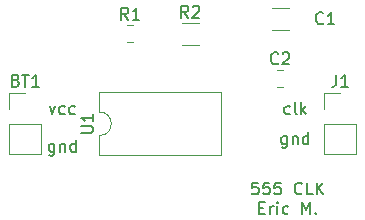
<source format=gbr>
%TF.GenerationSoftware,KiCad,Pcbnew,(5.1.8)-1*%
%TF.CreationDate,2020-12-30T23:34:54-06:00*%
%TF.ProjectId,Breakout_555,42726561-6b6f-4757-945f-3535352e6b69,rev?*%
%TF.SameCoordinates,Original*%
%TF.FileFunction,Legend,Top*%
%TF.FilePolarity,Positive*%
%FSLAX46Y46*%
G04 Gerber Fmt 4.6, Leading zero omitted, Abs format (unit mm)*
G04 Created by KiCad (PCBNEW (5.1.8)-1) date 2020-12-30 23:34:54*
%MOMM*%
%LPD*%
G01*
G04 APERTURE LIST*
%ADD10C,0.150000*%
%ADD11C,0.120000*%
G04 APERTURE END LIST*
D10*
X135295000Y-96417380D02*
X134818809Y-96417380D01*
X134771190Y-96893571D01*
X134818809Y-96845952D01*
X134914047Y-96798333D01*
X135152142Y-96798333D01*
X135247380Y-96845952D01*
X135295000Y-96893571D01*
X135342619Y-96988809D01*
X135342619Y-97226904D01*
X135295000Y-97322142D01*
X135247380Y-97369761D01*
X135152142Y-97417380D01*
X134914047Y-97417380D01*
X134818809Y-97369761D01*
X134771190Y-97322142D01*
X136247380Y-96417380D02*
X135771190Y-96417380D01*
X135723571Y-96893571D01*
X135771190Y-96845952D01*
X135866428Y-96798333D01*
X136104523Y-96798333D01*
X136199761Y-96845952D01*
X136247380Y-96893571D01*
X136295000Y-96988809D01*
X136295000Y-97226904D01*
X136247380Y-97322142D01*
X136199761Y-97369761D01*
X136104523Y-97417380D01*
X135866428Y-97417380D01*
X135771190Y-97369761D01*
X135723571Y-97322142D01*
X137199761Y-96417380D02*
X136723571Y-96417380D01*
X136675952Y-96893571D01*
X136723571Y-96845952D01*
X136818809Y-96798333D01*
X137056904Y-96798333D01*
X137152142Y-96845952D01*
X137199761Y-96893571D01*
X137247380Y-96988809D01*
X137247380Y-97226904D01*
X137199761Y-97322142D01*
X137152142Y-97369761D01*
X137056904Y-97417380D01*
X136818809Y-97417380D01*
X136723571Y-97369761D01*
X136675952Y-97322142D01*
X139009285Y-97322142D02*
X138961666Y-97369761D01*
X138818809Y-97417380D01*
X138723571Y-97417380D01*
X138580714Y-97369761D01*
X138485476Y-97274523D01*
X138437857Y-97179285D01*
X138390238Y-96988809D01*
X138390238Y-96845952D01*
X138437857Y-96655476D01*
X138485476Y-96560238D01*
X138580714Y-96465000D01*
X138723571Y-96417380D01*
X138818809Y-96417380D01*
X138961666Y-96465000D01*
X139009285Y-96512619D01*
X139914047Y-97417380D02*
X139437857Y-97417380D01*
X139437857Y-96417380D01*
X140247380Y-97417380D02*
X140247380Y-96417380D01*
X140818809Y-97417380D02*
X140390238Y-96845952D01*
X140818809Y-96417380D02*
X140247380Y-96988809D01*
X135414047Y-98543571D02*
X135747380Y-98543571D01*
X135890238Y-99067380D02*
X135414047Y-99067380D01*
X135414047Y-98067380D01*
X135890238Y-98067380D01*
X136318809Y-99067380D02*
X136318809Y-98400714D01*
X136318809Y-98591190D02*
X136366428Y-98495952D01*
X136414047Y-98448333D01*
X136509285Y-98400714D01*
X136604523Y-98400714D01*
X136937857Y-99067380D02*
X136937857Y-98400714D01*
X136937857Y-98067380D02*
X136890238Y-98115000D01*
X136937857Y-98162619D01*
X136985476Y-98115000D01*
X136937857Y-98067380D01*
X136937857Y-98162619D01*
X137842619Y-99019761D02*
X137747380Y-99067380D01*
X137556904Y-99067380D01*
X137461666Y-99019761D01*
X137414047Y-98972142D01*
X137366428Y-98876904D01*
X137366428Y-98591190D01*
X137414047Y-98495952D01*
X137461666Y-98448333D01*
X137556904Y-98400714D01*
X137747380Y-98400714D01*
X137842619Y-98448333D01*
X139033095Y-99067380D02*
X139033095Y-98067380D01*
X139366428Y-98781666D01*
X139699761Y-98067380D01*
X139699761Y-99067380D01*
X140175952Y-98972142D02*
X140223571Y-99019761D01*
X140175952Y-99067380D01*
X140128333Y-99019761D01*
X140175952Y-98972142D01*
X140175952Y-99067380D01*
X118054523Y-93130714D02*
X118054523Y-93940238D01*
X118006904Y-94035476D01*
X117959285Y-94083095D01*
X117864047Y-94130714D01*
X117721190Y-94130714D01*
X117625952Y-94083095D01*
X118054523Y-93749761D02*
X117959285Y-93797380D01*
X117768809Y-93797380D01*
X117673571Y-93749761D01*
X117625952Y-93702142D01*
X117578333Y-93606904D01*
X117578333Y-93321190D01*
X117625952Y-93225952D01*
X117673571Y-93178333D01*
X117768809Y-93130714D01*
X117959285Y-93130714D01*
X118054523Y-93178333D01*
X118530714Y-93130714D02*
X118530714Y-93797380D01*
X118530714Y-93225952D02*
X118578333Y-93178333D01*
X118673571Y-93130714D01*
X118816428Y-93130714D01*
X118911666Y-93178333D01*
X118959285Y-93273571D01*
X118959285Y-93797380D01*
X119864047Y-93797380D02*
X119864047Y-92797380D01*
X119864047Y-93749761D02*
X119768809Y-93797380D01*
X119578333Y-93797380D01*
X119483095Y-93749761D01*
X119435476Y-93702142D01*
X119387857Y-93606904D01*
X119387857Y-93321190D01*
X119435476Y-93225952D01*
X119483095Y-93178333D01*
X119578333Y-93130714D01*
X119768809Y-93130714D01*
X119864047Y-93178333D01*
X117649761Y-89955714D02*
X117887857Y-90622380D01*
X118125952Y-89955714D01*
X118935476Y-90574761D02*
X118840238Y-90622380D01*
X118649761Y-90622380D01*
X118554523Y-90574761D01*
X118506904Y-90527142D01*
X118459285Y-90431904D01*
X118459285Y-90146190D01*
X118506904Y-90050952D01*
X118554523Y-90003333D01*
X118649761Y-89955714D01*
X118840238Y-89955714D01*
X118935476Y-90003333D01*
X119792619Y-90574761D02*
X119697380Y-90622380D01*
X119506904Y-90622380D01*
X119411666Y-90574761D01*
X119364047Y-90527142D01*
X119316428Y-90431904D01*
X119316428Y-90146190D01*
X119364047Y-90050952D01*
X119411666Y-90003333D01*
X119506904Y-89955714D01*
X119697380Y-89955714D01*
X119792619Y-90003333D01*
X137739523Y-92495714D02*
X137739523Y-93305238D01*
X137691904Y-93400476D01*
X137644285Y-93448095D01*
X137549047Y-93495714D01*
X137406190Y-93495714D01*
X137310952Y-93448095D01*
X137739523Y-93114761D02*
X137644285Y-93162380D01*
X137453809Y-93162380D01*
X137358571Y-93114761D01*
X137310952Y-93067142D01*
X137263333Y-92971904D01*
X137263333Y-92686190D01*
X137310952Y-92590952D01*
X137358571Y-92543333D01*
X137453809Y-92495714D01*
X137644285Y-92495714D01*
X137739523Y-92543333D01*
X138215714Y-92495714D02*
X138215714Y-93162380D01*
X138215714Y-92590952D02*
X138263333Y-92543333D01*
X138358571Y-92495714D01*
X138501428Y-92495714D01*
X138596666Y-92543333D01*
X138644285Y-92638571D01*
X138644285Y-93162380D01*
X139549047Y-93162380D02*
X139549047Y-92162380D01*
X139549047Y-93114761D02*
X139453809Y-93162380D01*
X139263333Y-93162380D01*
X139168095Y-93114761D01*
X139120476Y-93067142D01*
X139072857Y-92971904D01*
X139072857Y-92686190D01*
X139120476Y-92590952D01*
X139168095Y-92543333D01*
X139263333Y-92495714D01*
X139453809Y-92495714D01*
X139549047Y-92543333D01*
X138001428Y-90574761D02*
X137906190Y-90622380D01*
X137715714Y-90622380D01*
X137620476Y-90574761D01*
X137572857Y-90527142D01*
X137525238Y-90431904D01*
X137525238Y-90146190D01*
X137572857Y-90050952D01*
X137620476Y-90003333D01*
X137715714Y-89955714D01*
X137906190Y-89955714D01*
X138001428Y-90003333D01*
X138572857Y-90622380D02*
X138477619Y-90574761D01*
X138430000Y-90479523D01*
X138430000Y-89622380D01*
X138953809Y-90622380D02*
X138953809Y-89622380D01*
X139049047Y-90241428D02*
X139334761Y-90622380D01*
X139334761Y-89955714D02*
X138953809Y-90336666D01*
D11*
%TO.C,BT1*%
X114240000Y-94040000D02*
X116900000Y-94040000D01*
X114240000Y-91440000D02*
X114240000Y-94040000D01*
X116900000Y-91440000D02*
X116900000Y-94040000D01*
X114240000Y-91440000D02*
X116900000Y-91440000D01*
X114240000Y-90170000D02*
X114240000Y-88840000D01*
X114240000Y-88840000D02*
X115570000Y-88840000D01*
%TO.C,C1*%
X136448748Y-81640000D02*
X137871252Y-81640000D01*
X136448748Y-83460000D02*
X137871252Y-83460000D01*
%TO.C,C2*%
X136898748Y-86895000D02*
X137421252Y-86895000D01*
X136898748Y-88365000D02*
X137421252Y-88365000D01*
%TO.C,R1*%
X124232936Y-83085000D02*
X124687064Y-83085000D01*
X124232936Y-84555000D02*
X124687064Y-84555000D01*
%TO.C,R2*%
X128812936Y-82910000D02*
X130267064Y-82910000D01*
X128812936Y-84730000D02*
X130267064Y-84730000D01*
%TO.C,U1*%
X121860000Y-92440000D02*
X121860000Y-94090000D01*
X121860000Y-94090000D02*
X132140000Y-94090000D01*
X132140000Y-94090000D02*
X132140000Y-88790000D01*
X132140000Y-88790000D02*
X121860000Y-88790000D01*
X121860000Y-88790000D02*
X121860000Y-90440000D01*
X121860000Y-90440000D02*
G75*
G02*
X121860000Y-92440000I0J-1000000D01*
G01*
%TO.C,J1*%
X140910000Y-94040000D02*
X143570000Y-94040000D01*
X140910000Y-91440000D02*
X140910000Y-94040000D01*
X143570000Y-91440000D02*
X143570000Y-94040000D01*
X140910000Y-91440000D02*
X143570000Y-91440000D01*
X140910000Y-90170000D02*
X140910000Y-88840000D01*
X140910000Y-88840000D02*
X142240000Y-88840000D01*
%TO.C,BT1*%
D10*
X114784285Y-87768571D02*
X114927142Y-87816190D01*
X114974761Y-87863809D01*
X115022380Y-87959047D01*
X115022380Y-88101904D01*
X114974761Y-88197142D01*
X114927142Y-88244761D01*
X114831904Y-88292380D01*
X114450952Y-88292380D01*
X114450952Y-87292380D01*
X114784285Y-87292380D01*
X114879523Y-87340000D01*
X114927142Y-87387619D01*
X114974761Y-87482857D01*
X114974761Y-87578095D01*
X114927142Y-87673333D01*
X114879523Y-87720952D01*
X114784285Y-87768571D01*
X114450952Y-87768571D01*
X115308095Y-87292380D02*
X115879523Y-87292380D01*
X115593809Y-88292380D02*
X115593809Y-87292380D01*
X116736666Y-88292380D02*
X116165238Y-88292380D01*
X116450952Y-88292380D02*
X116450952Y-87292380D01*
X116355714Y-87435238D01*
X116260476Y-87530476D01*
X116165238Y-87578095D01*
%TO.C,C1*%
X140803333Y-82907142D02*
X140755714Y-82954761D01*
X140612857Y-83002380D01*
X140517619Y-83002380D01*
X140374761Y-82954761D01*
X140279523Y-82859523D01*
X140231904Y-82764285D01*
X140184285Y-82573809D01*
X140184285Y-82430952D01*
X140231904Y-82240476D01*
X140279523Y-82145238D01*
X140374761Y-82050000D01*
X140517619Y-82002380D01*
X140612857Y-82002380D01*
X140755714Y-82050000D01*
X140803333Y-82097619D01*
X141755714Y-83002380D02*
X141184285Y-83002380D01*
X141470000Y-83002380D02*
X141470000Y-82002380D01*
X141374761Y-82145238D01*
X141279523Y-82240476D01*
X141184285Y-82288095D01*
%TO.C,C2*%
X136993333Y-86307142D02*
X136945714Y-86354761D01*
X136802857Y-86402380D01*
X136707619Y-86402380D01*
X136564761Y-86354761D01*
X136469523Y-86259523D01*
X136421904Y-86164285D01*
X136374285Y-85973809D01*
X136374285Y-85830952D01*
X136421904Y-85640476D01*
X136469523Y-85545238D01*
X136564761Y-85450000D01*
X136707619Y-85402380D01*
X136802857Y-85402380D01*
X136945714Y-85450000D01*
X136993333Y-85497619D01*
X137374285Y-85497619D02*
X137421904Y-85450000D01*
X137517142Y-85402380D01*
X137755238Y-85402380D01*
X137850476Y-85450000D01*
X137898095Y-85497619D01*
X137945714Y-85592857D01*
X137945714Y-85688095D01*
X137898095Y-85830952D01*
X137326666Y-86402380D01*
X137945714Y-86402380D01*
%TO.C,R1*%
X124293333Y-82622380D02*
X123960000Y-82146190D01*
X123721904Y-82622380D02*
X123721904Y-81622380D01*
X124102857Y-81622380D01*
X124198095Y-81670000D01*
X124245714Y-81717619D01*
X124293333Y-81812857D01*
X124293333Y-81955714D01*
X124245714Y-82050952D01*
X124198095Y-82098571D01*
X124102857Y-82146190D01*
X123721904Y-82146190D01*
X125245714Y-82622380D02*
X124674285Y-82622380D01*
X124960000Y-82622380D02*
X124960000Y-81622380D01*
X124864761Y-81765238D01*
X124769523Y-81860476D01*
X124674285Y-81908095D01*
%TO.C,R2*%
X129373333Y-82452380D02*
X129040000Y-81976190D01*
X128801904Y-82452380D02*
X128801904Y-81452380D01*
X129182857Y-81452380D01*
X129278095Y-81500000D01*
X129325714Y-81547619D01*
X129373333Y-81642857D01*
X129373333Y-81785714D01*
X129325714Y-81880952D01*
X129278095Y-81928571D01*
X129182857Y-81976190D01*
X128801904Y-81976190D01*
X129754285Y-81547619D02*
X129801904Y-81500000D01*
X129897142Y-81452380D01*
X130135238Y-81452380D01*
X130230476Y-81500000D01*
X130278095Y-81547619D01*
X130325714Y-81642857D01*
X130325714Y-81738095D01*
X130278095Y-81880952D01*
X129706666Y-82452380D01*
X130325714Y-82452380D01*
%TO.C,U1*%
X120312380Y-92201904D02*
X121121904Y-92201904D01*
X121217142Y-92154285D01*
X121264761Y-92106666D01*
X121312380Y-92011428D01*
X121312380Y-91820952D01*
X121264761Y-91725714D01*
X121217142Y-91678095D01*
X121121904Y-91630476D01*
X120312380Y-91630476D01*
X121312380Y-90630476D02*
X121312380Y-91201904D01*
X121312380Y-90916190D02*
X120312380Y-90916190D01*
X120455238Y-91011428D01*
X120550476Y-91106666D01*
X120598095Y-91201904D01*
%TO.C,J1*%
X141906666Y-87292380D02*
X141906666Y-88006666D01*
X141859047Y-88149523D01*
X141763809Y-88244761D01*
X141620952Y-88292380D01*
X141525714Y-88292380D01*
X142906666Y-88292380D02*
X142335238Y-88292380D01*
X142620952Y-88292380D02*
X142620952Y-87292380D01*
X142525714Y-87435238D01*
X142430476Y-87530476D01*
X142335238Y-87578095D01*
%TD*%
M02*

</source>
